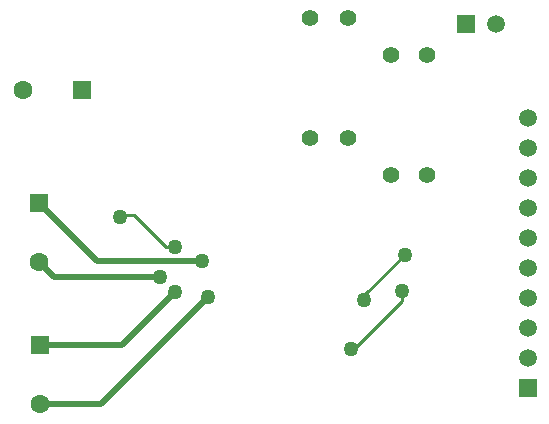
<source format=gbl>
G04*
G04 #@! TF.GenerationSoftware,Altium Limited,Altium Designer,19.1.8 (144)*
G04*
G04 Layer_Physical_Order=2*
G04 Layer_Color=16711680*
%FSLAX25Y25*%
%MOIN*%
G70*
G01*
G75*
%ADD14C,0.01000*%
%ADD42C,0.02000*%
%ADD43C,0.01500*%
%ADD44R,0.06299X0.06299*%
%ADD45C,0.06299*%
%ADD46R,0.06299X0.06299*%
%ADD47C,0.05512*%
%ADD48R,0.05906X0.05906*%
%ADD49C,0.05906*%
%ADD50R,0.05906X0.05906*%
%ADD51C,0.05000*%
D14*
X47500Y77000D02*
X49031D01*
X49765Y77735D01*
X52265D01*
X63000Y67000D01*
X66000D01*
X124500Y33000D02*
X125500D01*
X141500Y49000D02*
Y52500D01*
X125500Y33000D02*
X141500Y49000D01*
X129000Y49500D02*
Y51000D01*
X142500Y64500D01*
D42*
X48445Y34343D02*
X66102Y52000D01*
X21000Y34343D02*
X48445D01*
X41157Y14658D02*
X77000Y50500D01*
X21000Y14658D02*
X41157D01*
X40004Y62339D02*
X75000D01*
X20500Y81842D02*
X40004Y62339D01*
X25657Y57000D02*
X61000D01*
X20500Y62157D02*
X25657Y57000D01*
D43*
X21657Y35000D02*
X22500D01*
X21000Y34343D02*
X21657Y35000D01*
D44*
X34843Y119500D02*
D03*
D45*
X15157D02*
D03*
X20500Y62157D02*
D03*
X21000Y14658D02*
D03*
D46*
X20500Y81842D02*
D03*
X21000Y34343D02*
D03*
D47*
X150000Y91000D02*
D03*
Y131000D02*
D03*
X138000D02*
D03*
Y91000D02*
D03*
X111000Y143500D02*
D03*
Y103500D02*
D03*
X123500D02*
D03*
Y143500D02*
D03*
D48*
X183500Y20000D02*
D03*
D49*
Y30000D02*
D03*
Y50000D02*
D03*
Y60000D02*
D03*
Y70000D02*
D03*
Y80000D02*
D03*
Y90000D02*
D03*
Y100000D02*
D03*
Y110000D02*
D03*
Y40000D02*
D03*
X173000Y141500D02*
D03*
D50*
X163000D02*
D03*
D51*
X47500Y77000D02*
D03*
X61000Y57000D02*
D03*
X66000Y67000D02*
D03*
X124500Y33000D02*
D03*
X77000Y50500D02*
D03*
X75000Y62339D02*
D03*
X66102Y52000D02*
D03*
X141500Y52500D02*
D03*
X129000Y49500D02*
D03*
X142500Y64500D02*
D03*
M02*

</source>
